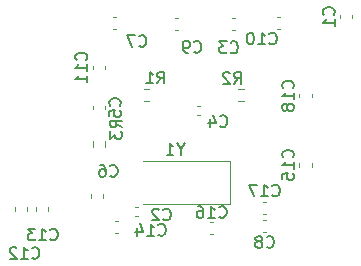
<source format=gbr>
%TF.GenerationSoftware,KiCad,Pcbnew,(5.99.0-10369-gb59bf064b4)*%
%TF.CreationDate,2021-07-27T07:29:01+02:00*%
%TF.ProjectId,stm32h7,73746d33-3268-4372-9e6b-696361645f70,rev?*%
%TF.SameCoordinates,Original*%
%TF.FileFunction,Legend,Bot*%
%TF.FilePolarity,Positive*%
%FSLAX46Y46*%
G04 Gerber Fmt 4.6, Leading zero omitted, Abs format (unit mm)*
G04 Created by KiCad (PCBNEW (5.99.0-10369-gb59bf064b4)) date 2021-07-27 07:29:01*
%MOMM*%
%LPD*%
G01*
G04 APERTURE LIST*
%ADD10C,0.150000*%
%ADD11C,0.120000*%
G04 APERTURE END LIST*
D10*
%TO.C,R1*%
X31516666Y-31052380D02*
X31850000Y-30576190D01*
X32088095Y-31052380D02*
X32088095Y-30052380D01*
X31707142Y-30052380D01*
X31611904Y-30100000D01*
X31564285Y-30147619D01*
X31516666Y-30242857D01*
X31516666Y-30385714D01*
X31564285Y-30480952D01*
X31611904Y-30528571D01*
X31707142Y-30576190D01*
X32088095Y-30576190D01*
X30564285Y-31052380D02*
X31135714Y-31052380D01*
X30850000Y-31052380D02*
X30850000Y-30052380D01*
X30945238Y-30195238D01*
X31040476Y-30290476D01*
X31135714Y-30338095D01*
%TO.C,R2*%
X38016666Y-31102380D02*
X38350000Y-30626190D01*
X38588095Y-31102380D02*
X38588095Y-30102380D01*
X38207142Y-30102380D01*
X38111904Y-30150000D01*
X38064285Y-30197619D01*
X38016666Y-30292857D01*
X38016666Y-30435714D01*
X38064285Y-30530952D01*
X38111904Y-30578571D01*
X38207142Y-30626190D01*
X38588095Y-30626190D01*
X37635714Y-30197619D02*
X37588095Y-30150000D01*
X37492857Y-30102380D01*
X37254761Y-30102380D01*
X37159523Y-30150000D01*
X37111904Y-30197619D01*
X37064285Y-30292857D01*
X37064285Y-30388095D01*
X37111904Y-30530952D01*
X37683333Y-31102380D01*
X37064285Y-31102380D01*
%TO.C,C10*%
X40992857Y-27657142D02*
X41040476Y-27704761D01*
X41183333Y-27752380D01*
X41278571Y-27752380D01*
X41421428Y-27704761D01*
X41516666Y-27609523D01*
X41564285Y-27514285D01*
X41611904Y-27323809D01*
X41611904Y-27180952D01*
X41564285Y-26990476D01*
X41516666Y-26895238D01*
X41421428Y-26800000D01*
X41278571Y-26752380D01*
X41183333Y-26752380D01*
X41040476Y-26800000D01*
X40992857Y-26847619D01*
X40040476Y-27752380D02*
X40611904Y-27752380D01*
X40326190Y-27752380D02*
X40326190Y-26752380D01*
X40421428Y-26895238D01*
X40516666Y-26990476D01*
X40611904Y-27038095D01*
X39421428Y-26752380D02*
X39326190Y-26752380D01*
X39230952Y-26800000D01*
X39183333Y-26847619D01*
X39135714Y-26942857D01*
X39088095Y-27133333D01*
X39088095Y-27371428D01*
X39135714Y-27561904D01*
X39183333Y-27657142D01*
X39230952Y-27704761D01*
X39326190Y-27752380D01*
X39421428Y-27752380D01*
X39516666Y-27704761D01*
X39564285Y-27657142D01*
X39611904Y-27561904D01*
X39659523Y-27371428D01*
X39659523Y-27133333D01*
X39611904Y-26942857D01*
X39564285Y-26847619D01*
X39516666Y-26800000D01*
X39421428Y-26752380D01*
%TO.C,C12*%
X20892857Y-45807142D02*
X20940476Y-45854761D01*
X21083333Y-45902380D01*
X21178571Y-45902380D01*
X21321428Y-45854761D01*
X21416666Y-45759523D01*
X21464285Y-45664285D01*
X21511904Y-45473809D01*
X21511904Y-45330952D01*
X21464285Y-45140476D01*
X21416666Y-45045238D01*
X21321428Y-44950000D01*
X21178571Y-44902380D01*
X21083333Y-44902380D01*
X20940476Y-44950000D01*
X20892857Y-44997619D01*
X19940476Y-45902380D02*
X20511904Y-45902380D01*
X20226190Y-45902380D02*
X20226190Y-44902380D01*
X20321428Y-45045238D01*
X20416666Y-45140476D01*
X20511904Y-45188095D01*
X19559523Y-44997619D02*
X19511904Y-44950000D01*
X19416666Y-44902380D01*
X19178571Y-44902380D01*
X19083333Y-44950000D01*
X19035714Y-44997619D01*
X18988095Y-45092857D01*
X18988095Y-45188095D01*
X19035714Y-45330952D01*
X19607142Y-45902380D01*
X18988095Y-45902380D01*
%TO.C,C16*%
X36742857Y-42357142D02*
X36790476Y-42404761D01*
X36933333Y-42452380D01*
X37028571Y-42452380D01*
X37171428Y-42404761D01*
X37266666Y-42309523D01*
X37314285Y-42214285D01*
X37361904Y-42023809D01*
X37361904Y-41880952D01*
X37314285Y-41690476D01*
X37266666Y-41595238D01*
X37171428Y-41500000D01*
X37028571Y-41452380D01*
X36933333Y-41452380D01*
X36790476Y-41500000D01*
X36742857Y-41547619D01*
X35790476Y-42452380D02*
X36361904Y-42452380D01*
X36076190Y-42452380D02*
X36076190Y-41452380D01*
X36171428Y-41595238D01*
X36266666Y-41690476D01*
X36361904Y-41738095D01*
X34933333Y-41452380D02*
X35123809Y-41452380D01*
X35219047Y-41500000D01*
X35266666Y-41547619D01*
X35361904Y-41690476D01*
X35409523Y-41880952D01*
X35409523Y-42261904D01*
X35361904Y-42357142D01*
X35314285Y-42404761D01*
X35219047Y-42452380D01*
X35028571Y-42452380D01*
X34933333Y-42404761D01*
X34885714Y-42357142D01*
X34838095Y-42261904D01*
X34838095Y-42023809D01*
X34885714Y-41928571D01*
X34933333Y-41880952D01*
X35028571Y-41833333D01*
X35219047Y-41833333D01*
X35314285Y-41880952D01*
X35361904Y-41928571D01*
X35409523Y-42023809D01*
%TO.C,C17*%
X41242857Y-40527142D02*
X41290476Y-40574761D01*
X41433333Y-40622380D01*
X41528571Y-40622380D01*
X41671428Y-40574761D01*
X41766666Y-40479523D01*
X41814285Y-40384285D01*
X41861904Y-40193809D01*
X41861904Y-40050952D01*
X41814285Y-39860476D01*
X41766666Y-39765238D01*
X41671428Y-39670000D01*
X41528571Y-39622380D01*
X41433333Y-39622380D01*
X41290476Y-39670000D01*
X41242857Y-39717619D01*
X40290476Y-40622380D02*
X40861904Y-40622380D01*
X40576190Y-40622380D02*
X40576190Y-39622380D01*
X40671428Y-39765238D01*
X40766666Y-39860476D01*
X40861904Y-39908095D01*
X39957142Y-39622380D02*
X39290476Y-39622380D01*
X39719047Y-40622380D01*
%TO.C,C7*%
X29966666Y-27857142D02*
X30014285Y-27904761D01*
X30157142Y-27952380D01*
X30252380Y-27952380D01*
X30395238Y-27904761D01*
X30490476Y-27809523D01*
X30538095Y-27714285D01*
X30585714Y-27523809D01*
X30585714Y-27380952D01*
X30538095Y-27190476D01*
X30490476Y-27095238D01*
X30395238Y-27000000D01*
X30252380Y-26952380D01*
X30157142Y-26952380D01*
X30014285Y-27000000D01*
X29966666Y-27047619D01*
X29633333Y-26952380D02*
X28966666Y-26952380D01*
X29395238Y-27952380D01*
%TO.C,C18*%
X42977142Y-31457142D02*
X43024761Y-31409523D01*
X43072380Y-31266666D01*
X43072380Y-31171428D01*
X43024761Y-31028571D01*
X42929523Y-30933333D01*
X42834285Y-30885714D01*
X42643809Y-30838095D01*
X42500952Y-30838095D01*
X42310476Y-30885714D01*
X42215238Y-30933333D01*
X42120000Y-31028571D01*
X42072380Y-31171428D01*
X42072380Y-31266666D01*
X42120000Y-31409523D01*
X42167619Y-31457142D01*
X43072380Y-32409523D02*
X43072380Y-31838095D01*
X43072380Y-32123809D02*
X42072380Y-32123809D01*
X42215238Y-32028571D01*
X42310476Y-31933333D01*
X42358095Y-31838095D01*
X42500952Y-32980952D02*
X42453333Y-32885714D01*
X42405714Y-32838095D01*
X42310476Y-32790476D01*
X42262857Y-32790476D01*
X42167619Y-32838095D01*
X42120000Y-32885714D01*
X42072380Y-32980952D01*
X42072380Y-33171428D01*
X42120000Y-33266666D01*
X42167619Y-33314285D01*
X42262857Y-33361904D01*
X42310476Y-33361904D01*
X42405714Y-33314285D01*
X42453333Y-33266666D01*
X42500952Y-33171428D01*
X42500952Y-32980952D01*
X42548571Y-32885714D01*
X42596190Y-32838095D01*
X42691428Y-32790476D01*
X42881904Y-32790476D01*
X42977142Y-32838095D01*
X43024761Y-32885714D01*
X43072380Y-32980952D01*
X43072380Y-33171428D01*
X43024761Y-33266666D01*
X42977142Y-33314285D01*
X42881904Y-33361904D01*
X42691428Y-33361904D01*
X42596190Y-33314285D01*
X42548571Y-33266666D01*
X42500952Y-33171428D01*
%TO.C,C1*%
X46427142Y-25233333D02*
X46474761Y-25185714D01*
X46522380Y-25042857D01*
X46522380Y-24947619D01*
X46474761Y-24804761D01*
X46379523Y-24709523D01*
X46284285Y-24661904D01*
X46093809Y-24614285D01*
X45950952Y-24614285D01*
X45760476Y-24661904D01*
X45665238Y-24709523D01*
X45570000Y-24804761D01*
X45522380Y-24947619D01*
X45522380Y-25042857D01*
X45570000Y-25185714D01*
X45617619Y-25233333D01*
X46522380Y-26185714D02*
X46522380Y-25614285D01*
X46522380Y-25900000D02*
X45522380Y-25900000D01*
X45665238Y-25804761D01*
X45760476Y-25709523D01*
X45808095Y-25614285D01*
%TO.C,R3*%
X28502380Y-34783333D02*
X28026190Y-34450000D01*
X28502380Y-34211904D02*
X27502380Y-34211904D01*
X27502380Y-34592857D01*
X27550000Y-34688095D01*
X27597619Y-34735714D01*
X27692857Y-34783333D01*
X27835714Y-34783333D01*
X27930952Y-34735714D01*
X27978571Y-34688095D01*
X28026190Y-34592857D01*
X28026190Y-34211904D01*
X27502380Y-35116666D02*
X27502380Y-35735714D01*
X27883333Y-35402380D01*
X27883333Y-35545238D01*
X27930952Y-35640476D01*
X27978571Y-35688095D01*
X28073809Y-35735714D01*
X28311904Y-35735714D01*
X28407142Y-35688095D01*
X28454761Y-35640476D01*
X28502380Y-35545238D01*
X28502380Y-35259523D01*
X28454761Y-35164285D01*
X28407142Y-35116666D01*
%TO.C,C4*%
X36816666Y-34657142D02*
X36864285Y-34704761D01*
X37007142Y-34752380D01*
X37102380Y-34752380D01*
X37245238Y-34704761D01*
X37340476Y-34609523D01*
X37388095Y-34514285D01*
X37435714Y-34323809D01*
X37435714Y-34180952D01*
X37388095Y-33990476D01*
X37340476Y-33895238D01*
X37245238Y-33800000D01*
X37102380Y-33752380D01*
X37007142Y-33752380D01*
X36864285Y-33800000D01*
X36816666Y-33847619D01*
X35959523Y-34085714D02*
X35959523Y-34752380D01*
X36197619Y-33704761D02*
X36435714Y-34419047D01*
X35816666Y-34419047D01*
%TO.C,C14*%
X31592857Y-43857142D02*
X31640476Y-43904761D01*
X31783333Y-43952380D01*
X31878571Y-43952380D01*
X32021428Y-43904761D01*
X32116666Y-43809523D01*
X32164285Y-43714285D01*
X32211904Y-43523809D01*
X32211904Y-43380952D01*
X32164285Y-43190476D01*
X32116666Y-43095238D01*
X32021428Y-43000000D01*
X31878571Y-42952380D01*
X31783333Y-42952380D01*
X31640476Y-43000000D01*
X31592857Y-43047619D01*
X30640476Y-43952380D02*
X31211904Y-43952380D01*
X30926190Y-43952380D02*
X30926190Y-42952380D01*
X31021428Y-43095238D01*
X31116666Y-43190476D01*
X31211904Y-43238095D01*
X29783333Y-43285714D02*
X29783333Y-43952380D01*
X30021428Y-42904761D02*
X30259523Y-43619047D01*
X29640476Y-43619047D01*
%TO.C,C3*%
X37716666Y-28407142D02*
X37764285Y-28454761D01*
X37907142Y-28502380D01*
X38002380Y-28502380D01*
X38145238Y-28454761D01*
X38240476Y-28359523D01*
X38288095Y-28264285D01*
X38335714Y-28073809D01*
X38335714Y-27930952D01*
X38288095Y-27740476D01*
X38240476Y-27645238D01*
X38145238Y-27550000D01*
X38002380Y-27502380D01*
X37907142Y-27502380D01*
X37764285Y-27550000D01*
X37716666Y-27597619D01*
X37383333Y-27502380D02*
X36764285Y-27502380D01*
X37097619Y-27883333D01*
X36954761Y-27883333D01*
X36859523Y-27930952D01*
X36811904Y-27978571D01*
X36764285Y-28073809D01*
X36764285Y-28311904D01*
X36811904Y-28407142D01*
X36859523Y-28454761D01*
X36954761Y-28502380D01*
X37240476Y-28502380D01*
X37335714Y-28454761D01*
X37383333Y-28407142D01*
%TO.C,Y1*%
X33476190Y-36626190D02*
X33476190Y-37102380D01*
X33809523Y-36102380D02*
X33476190Y-36626190D01*
X33142857Y-36102380D01*
X32285714Y-37102380D02*
X32857142Y-37102380D01*
X32571428Y-37102380D02*
X32571428Y-36102380D01*
X32666666Y-36245238D01*
X32761904Y-36340476D01*
X32857142Y-36388095D01*
%TO.C,C2*%
X32016666Y-42557142D02*
X32064285Y-42604761D01*
X32207142Y-42652380D01*
X32302380Y-42652380D01*
X32445238Y-42604761D01*
X32540476Y-42509523D01*
X32588095Y-42414285D01*
X32635714Y-42223809D01*
X32635714Y-42080952D01*
X32588095Y-41890476D01*
X32540476Y-41795238D01*
X32445238Y-41700000D01*
X32302380Y-41652380D01*
X32207142Y-41652380D01*
X32064285Y-41700000D01*
X32016666Y-41747619D01*
X31635714Y-41747619D02*
X31588095Y-41700000D01*
X31492857Y-41652380D01*
X31254761Y-41652380D01*
X31159523Y-41700000D01*
X31111904Y-41747619D01*
X31064285Y-41842857D01*
X31064285Y-41938095D01*
X31111904Y-42080952D01*
X31683333Y-42652380D01*
X31064285Y-42652380D01*
%TO.C,C13*%
X22442857Y-44257142D02*
X22490476Y-44304761D01*
X22633333Y-44352380D01*
X22728571Y-44352380D01*
X22871428Y-44304761D01*
X22966666Y-44209523D01*
X23014285Y-44114285D01*
X23061904Y-43923809D01*
X23061904Y-43780952D01*
X23014285Y-43590476D01*
X22966666Y-43495238D01*
X22871428Y-43400000D01*
X22728571Y-43352380D01*
X22633333Y-43352380D01*
X22490476Y-43400000D01*
X22442857Y-43447619D01*
X21490476Y-44352380D02*
X22061904Y-44352380D01*
X21776190Y-44352380D02*
X21776190Y-43352380D01*
X21871428Y-43495238D01*
X21966666Y-43590476D01*
X22061904Y-43638095D01*
X21157142Y-43352380D02*
X20538095Y-43352380D01*
X20871428Y-43733333D01*
X20728571Y-43733333D01*
X20633333Y-43780952D01*
X20585714Y-43828571D01*
X20538095Y-43923809D01*
X20538095Y-44161904D01*
X20585714Y-44257142D01*
X20633333Y-44304761D01*
X20728571Y-44352380D01*
X21014285Y-44352380D01*
X21109523Y-44304761D01*
X21157142Y-44257142D01*
%TO.C,C15*%
X42977142Y-37307142D02*
X43024761Y-37259523D01*
X43072380Y-37116666D01*
X43072380Y-37021428D01*
X43024761Y-36878571D01*
X42929523Y-36783333D01*
X42834285Y-36735714D01*
X42643809Y-36688095D01*
X42500952Y-36688095D01*
X42310476Y-36735714D01*
X42215238Y-36783333D01*
X42120000Y-36878571D01*
X42072380Y-37021428D01*
X42072380Y-37116666D01*
X42120000Y-37259523D01*
X42167619Y-37307142D01*
X43072380Y-38259523D02*
X43072380Y-37688095D01*
X43072380Y-37973809D02*
X42072380Y-37973809D01*
X42215238Y-37878571D01*
X42310476Y-37783333D01*
X42358095Y-37688095D01*
X42072380Y-39164285D02*
X42072380Y-38688095D01*
X42548571Y-38640476D01*
X42500952Y-38688095D01*
X42453333Y-38783333D01*
X42453333Y-39021428D01*
X42500952Y-39116666D01*
X42548571Y-39164285D01*
X42643809Y-39211904D01*
X42881904Y-39211904D01*
X42977142Y-39164285D01*
X43024761Y-39116666D01*
X43072380Y-39021428D01*
X43072380Y-38783333D01*
X43024761Y-38688095D01*
X42977142Y-38640476D01*
%TO.C,C9*%
X34616666Y-28357142D02*
X34664285Y-28404761D01*
X34807142Y-28452380D01*
X34902380Y-28452380D01*
X35045238Y-28404761D01*
X35140476Y-28309523D01*
X35188095Y-28214285D01*
X35235714Y-28023809D01*
X35235714Y-27880952D01*
X35188095Y-27690476D01*
X35140476Y-27595238D01*
X35045238Y-27500000D01*
X34902380Y-27452380D01*
X34807142Y-27452380D01*
X34664285Y-27500000D01*
X34616666Y-27547619D01*
X34140476Y-28452380D02*
X33950000Y-28452380D01*
X33854761Y-28404761D01*
X33807142Y-28357142D01*
X33711904Y-28214285D01*
X33664285Y-28023809D01*
X33664285Y-27642857D01*
X33711904Y-27547619D01*
X33759523Y-27500000D01*
X33854761Y-27452380D01*
X34045238Y-27452380D01*
X34140476Y-27500000D01*
X34188095Y-27547619D01*
X34235714Y-27642857D01*
X34235714Y-27880952D01*
X34188095Y-27976190D01*
X34140476Y-28023809D01*
X34045238Y-28071428D01*
X33854761Y-28071428D01*
X33759523Y-28023809D01*
X33711904Y-27976190D01*
X33664285Y-27880952D01*
%TO.C,C6*%
X27516666Y-38857142D02*
X27564285Y-38904761D01*
X27707142Y-38952380D01*
X27802380Y-38952380D01*
X27945238Y-38904761D01*
X28040476Y-38809523D01*
X28088095Y-38714285D01*
X28135714Y-38523809D01*
X28135714Y-38380952D01*
X28088095Y-38190476D01*
X28040476Y-38095238D01*
X27945238Y-38000000D01*
X27802380Y-37952380D01*
X27707142Y-37952380D01*
X27564285Y-38000000D01*
X27516666Y-38047619D01*
X26659523Y-37952380D02*
X26850000Y-37952380D01*
X26945238Y-38000000D01*
X26992857Y-38047619D01*
X27088095Y-38190476D01*
X27135714Y-38380952D01*
X27135714Y-38761904D01*
X27088095Y-38857142D01*
X27040476Y-38904761D01*
X26945238Y-38952380D01*
X26754761Y-38952380D01*
X26659523Y-38904761D01*
X26611904Y-38857142D01*
X26564285Y-38761904D01*
X26564285Y-38523809D01*
X26611904Y-38428571D01*
X26659523Y-38380952D01*
X26754761Y-38333333D01*
X26945238Y-38333333D01*
X27040476Y-38380952D01*
X27088095Y-38428571D01*
X27135714Y-38523809D01*
%TO.C,C5*%
X28337142Y-32933333D02*
X28384761Y-32885714D01*
X28432380Y-32742857D01*
X28432380Y-32647619D01*
X28384761Y-32504761D01*
X28289523Y-32409523D01*
X28194285Y-32361904D01*
X28003809Y-32314285D01*
X27860952Y-32314285D01*
X27670476Y-32361904D01*
X27575238Y-32409523D01*
X27480000Y-32504761D01*
X27432380Y-32647619D01*
X27432380Y-32742857D01*
X27480000Y-32885714D01*
X27527619Y-32933333D01*
X27432380Y-33838095D02*
X27432380Y-33361904D01*
X27908571Y-33314285D01*
X27860952Y-33361904D01*
X27813333Y-33457142D01*
X27813333Y-33695238D01*
X27860952Y-33790476D01*
X27908571Y-33838095D01*
X28003809Y-33885714D01*
X28241904Y-33885714D01*
X28337142Y-33838095D01*
X28384761Y-33790476D01*
X28432380Y-33695238D01*
X28432380Y-33457142D01*
X28384761Y-33361904D01*
X28337142Y-33314285D01*
%TO.C,C8*%
X40766666Y-44887142D02*
X40814285Y-44934761D01*
X40957142Y-44982380D01*
X41052380Y-44982380D01*
X41195238Y-44934761D01*
X41290476Y-44839523D01*
X41338095Y-44744285D01*
X41385714Y-44553809D01*
X41385714Y-44410952D01*
X41338095Y-44220476D01*
X41290476Y-44125238D01*
X41195238Y-44030000D01*
X41052380Y-43982380D01*
X40957142Y-43982380D01*
X40814285Y-44030000D01*
X40766666Y-44077619D01*
X40195238Y-44410952D02*
X40290476Y-44363333D01*
X40338095Y-44315714D01*
X40385714Y-44220476D01*
X40385714Y-44172857D01*
X40338095Y-44077619D01*
X40290476Y-44030000D01*
X40195238Y-43982380D01*
X40004761Y-43982380D01*
X39909523Y-44030000D01*
X39861904Y-44077619D01*
X39814285Y-44172857D01*
X39814285Y-44220476D01*
X39861904Y-44315714D01*
X39909523Y-44363333D01*
X40004761Y-44410952D01*
X40195238Y-44410952D01*
X40290476Y-44458571D01*
X40338095Y-44506190D01*
X40385714Y-44601428D01*
X40385714Y-44791904D01*
X40338095Y-44887142D01*
X40290476Y-44934761D01*
X40195238Y-44982380D01*
X40004761Y-44982380D01*
X39909523Y-44934761D01*
X39861904Y-44887142D01*
X39814285Y-44791904D01*
X39814285Y-44601428D01*
X39861904Y-44506190D01*
X39909523Y-44458571D01*
X40004761Y-44410952D01*
%TO.C,C11*%
X25477142Y-29057142D02*
X25524761Y-29009523D01*
X25572380Y-28866666D01*
X25572380Y-28771428D01*
X25524761Y-28628571D01*
X25429523Y-28533333D01*
X25334285Y-28485714D01*
X25143809Y-28438095D01*
X25000952Y-28438095D01*
X24810476Y-28485714D01*
X24715238Y-28533333D01*
X24620000Y-28628571D01*
X24572380Y-28771428D01*
X24572380Y-28866666D01*
X24620000Y-29009523D01*
X24667619Y-29057142D01*
X25572380Y-30009523D02*
X25572380Y-29438095D01*
X25572380Y-29723809D02*
X24572380Y-29723809D01*
X24715238Y-29628571D01*
X24810476Y-29533333D01*
X24858095Y-29438095D01*
X25572380Y-30961904D02*
X25572380Y-30390476D01*
X25572380Y-30676190D02*
X24572380Y-30676190D01*
X24715238Y-30580952D01*
X24810476Y-30485714D01*
X24858095Y-30390476D01*
D11*
%TO.C,R1*%
X30837258Y-31527500D02*
X30362742Y-31527500D01*
X30837258Y-32572500D02*
X30362742Y-32572500D01*
%TO.C,R2*%
X38837258Y-32572500D02*
X38362742Y-32572500D01*
X38837258Y-31527500D02*
X38362742Y-31527500D01*
%TO.C,C10*%
X41609420Y-26460000D02*
X41890580Y-26460000D01*
X41609420Y-25440000D02*
X41890580Y-25440000D01*
%TO.C,C12*%
X20460000Y-41815580D02*
X20460000Y-41534420D01*
X19440000Y-41815580D02*
X19440000Y-41534420D01*
%TO.C,C16*%
X36240580Y-43810000D02*
X35959420Y-43810000D01*
X36240580Y-42790000D02*
X35959420Y-42790000D01*
%TO.C,C17*%
X40740580Y-42110000D02*
X40459420Y-42110000D01*
X40740580Y-41090000D02*
X40459420Y-41090000D01*
%TO.C,C7*%
X27759420Y-26460000D02*
X28040580Y-26460000D01*
X27759420Y-25440000D02*
X28040580Y-25440000D01*
%TO.C,C18*%
X43540000Y-31959420D02*
X43540000Y-32240580D01*
X44560000Y-31959420D02*
X44560000Y-32240580D01*
%TO.C,C1*%
X48010000Y-25259420D02*
X48010000Y-25540580D01*
X46990000Y-25259420D02*
X46990000Y-25540580D01*
%TO.C,R3*%
X26027500Y-36437258D02*
X26027500Y-35962742D01*
X27072500Y-36437258D02*
X27072500Y-35962742D01*
%TO.C,C4*%
X35107836Y-33710000D02*
X34892164Y-33710000D01*
X35107836Y-32990000D02*
X34892164Y-32990000D01*
%TO.C,C14*%
X27909420Y-43710000D02*
X28190580Y-43710000D01*
X27909420Y-42690000D02*
X28190580Y-42690000D01*
%TO.C,C3*%
X37809420Y-25490000D02*
X38090580Y-25490000D01*
X37809420Y-26510000D02*
X38090580Y-26510000D01*
%TO.C,Y1*%
X37625000Y-37650000D02*
X37625000Y-41250000D01*
X37625000Y-41250000D02*
X30300000Y-41250000D01*
X30300000Y-37650000D02*
X37625000Y-37650000D01*
%TO.C,C2*%
X29642164Y-42260000D02*
X29857836Y-42260000D01*
X29642164Y-41540000D02*
X29857836Y-41540000D01*
%TO.C,C13*%
X21240000Y-41815580D02*
X21240000Y-41534420D01*
X22260000Y-41815580D02*
X22260000Y-41534420D01*
%TO.C,C15*%
X43540000Y-37809420D02*
X43540000Y-38090580D01*
X44560000Y-37809420D02*
X44560000Y-38090580D01*
%TO.C,C9*%
X32959420Y-25490000D02*
X33240580Y-25490000D01*
X32959420Y-26510000D02*
X33240580Y-26510000D01*
%TO.C,C6*%
X25890000Y-40459420D02*
X25890000Y-40740580D01*
X26910000Y-40459420D02*
X26910000Y-40740580D01*
%TO.C,C5*%
X26040000Y-33240580D02*
X26040000Y-32959420D01*
X27060000Y-33240580D02*
X27060000Y-32959420D01*
%TO.C,C8*%
X40459420Y-43610000D02*
X40740580Y-43610000D01*
X40459420Y-42590000D02*
X40740580Y-42590000D01*
%TO.C,C11*%
X26040000Y-29559420D02*
X26040000Y-29840580D01*
X27060000Y-29559420D02*
X27060000Y-29840580D01*
%TD*%
M02*

</source>
